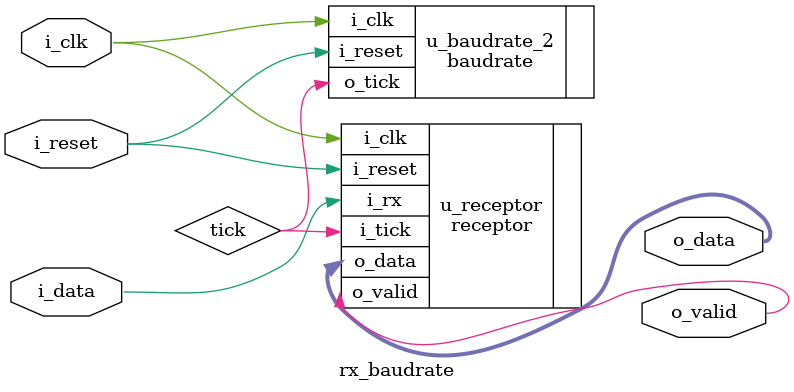
<source format=v>
`timescale 1ns / 1ps


module rx_baudrate
#(//PARAMETERS
    parameter   NB_DATA         =   16              ,
    parameter   NB_STOP         =   2               ,
    parameter   NB_STOP_TICKS   =   16 * NB_STOP    ,
    parameter   F_CLOCK         =   25000000
 )
 (
    //OUTPUTS
    output wire [NB_DATA-1:0]       o_data    ,
    output wire                     o_valid   ,
    //INPUTS
    input wire                      i_clk     ,
    input wire                      i_reset   ,
    input wire                      i_data        
 );
    
 //REGS & WIRES
    wire                    tick    ;  

//MODULE INSTANTIATION
  //BAUDRATE  
  baudrate
  #(                    
        .F_CLOCK(F_CLOCK) 
  )
  u_baudrate_2      
  (
        .o_tick     (tick)                        ,
        .i_clk      (i_clk)                       ,
        .i_reset    (i_reset)                       
  );
  
//TRANSMISOR  
receptor
#(
    //PARAMETERS
        .NB_DATA(NB_DATA)                           ,
        .NB_STOP(NB_STOP)                           ,
        .NB_STOP_TICKS(NB_STOP_TICKS)
 )
 u_receptor
 (
    //OUTPUTS
        .o_data (o_data)                           ,
        .o_valid(o_valid)                          ,
    //INPUTS
        .i_clk  (i_clk)                            ,
        .i_reset(i_reset)                          ,
        .i_tick (tick)                             ,       
        .i_rx (i_data)     
        
  );
    

endmodule

</source>
